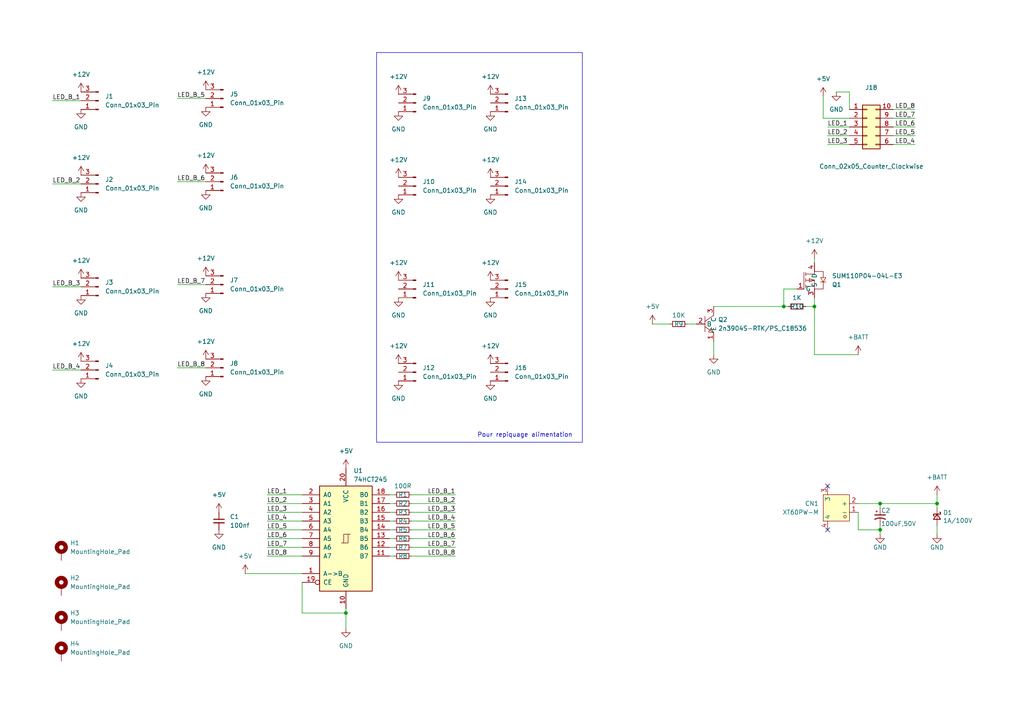
<source format=kicad_sch>
(kicad_sch (version 20231120) (generator "eeschema") (generator_version "8.0")
  (paper "A4")
  (lib_symbols
    (symbol "74xx:74HC245" (pin_names (offset 1.016))
      (property "Reference" "U" (at -7.62 16.51 0))
      (property "Value" "74HC245" (at -7.62 -16.51 0))
      (symbol "74HC245_1_0"
        (polyline (pts (xy -0.635 -1.27) (xy -0.635 1.27) (xy 0.635 1.27)))
        (polyline (pts (xy -1.27 -1.27) (xy 0.635 -1.27) (xy 0.635 1.27) (xy 1.27 1.27)))
        (pin input line (at -12.7 -10.16 0) (length 5.08) (name "A->B") (number "1"))
        (pin power_in line (at 0 -20.32 90) (length 5.08) (name "GND") (number "10"))
        (pin tri_state line (at 12.7 -5.08 180) (length 5.08) (name "B7") (number "11"))
        (pin tri_state line (at 12.7 -2.54 180) (length 5.08) (name "B6") (number "12"))
        (pin tri_state line (at 12.7 0 180) (length 5.08) (name "B5") (number "13"))
        (pin tri_state line (at 12.7 2.54 180) (length 5.08) (name "B4") (number "14"))
        (pin tri_state line (at 12.7 5.08 180) (length 5.08) (name "B3") (number "15"))
        (pin tri_state line (at 12.7 7.62 180) (length 5.08) (name "B2") (number "16"))
        (pin tri_state line (at 12.7 10.16 180) (length 5.08) (name "B1") (number "17"))
        (pin tri_state line (at 12.7 12.7 180) (length 5.08) (name "B0") (number "18"))
        (pin input inverted (at -12.7 -12.7 0) (length 5.08) (name "CE") (number "19"))
        (pin tri_state line (at -12.7 12.7 0) (length 5.08) (name "A0") (number "2"))
        (pin power_in line (at 0 20.32 270) (length 5.08) (name "VCC") (number "20"))
        (pin tri_state line (at -12.7 10.16 0) (length 5.08) (name "A1") (number "3"))
        (pin tri_state line (at -12.7 7.62 0) (length 5.08) (name "A2") (number "4"))
        (pin tri_state line (at -12.7 5.08 0) (length 5.08) (name "A3") (number "5"))
        (pin tri_state line (at -12.7 2.54 0) (length 5.08) (name "A4") (number "6"))
        (pin tri_state line (at -12.7 0 0) (length 5.08) (name "A5") (number "7"))
        (pin tri_state line (at -12.7 -2.54 0) (length 5.08) (name "A6") (number "8"))
        (pin tri_state line (at -12.7 -5.08 0) (length 5.08) (name "A7") (number "9"))
      )
      (symbol "74HC245_1_1"
        (rectangle (start -7.62 15.24) (end 7.62 -15.24) (stroke (width 0.254)) (fill (type background)))
      )
    )
    (symbol "Connector:Conn_01x03_Pin" (pin_names (offset 1.016) hide)
      (property "Reference" "J" (at 0 5.08 0))
      (property "Value" "Conn_01x03_Pin" (at 0 -5.08 0))
      (symbol "Conn_01x03_Pin_1_1"
        (polyline (pts (xy 1.27 -2.54) (xy 0.8636 -2.54)) (stroke (width 0.1524)))
        (polyline (pts (xy 1.27 0) (xy 0.8636 0)) (stroke (width 0.1524)))
        (polyline (pts (xy 1.27 2.54) (xy 0.8636 2.54)) (stroke (width 0.1524)))
        (rectangle (start 0.8636 -2.413) (end 0 -2.667) (stroke (width 0.1524)) (fill (type outline)))
        (rectangle (start 0.8636 0.127) (end 0 -0.127) (stroke (width 0.1524)) (fill (type outline)))
        (rectangle (start 0.8636 2.667) (end 0 2.413) (stroke (width 0.1524)) (fill (type outline)))
        (pin passive line (at 5.08 2.54 180) (length 3.81) (name "Pin_1") (number "1"))
        (pin passive line (at 5.08 0 180) (length 3.81) (name "Pin_2") (number "2"))
        (pin passive line (at 5.08 -2.54 180) (length 3.81) (name "Pin_3") (number "3"))
      )
    )
    (symbol "Connector_Generic:Conn_02x05_Counter_Clockwise" (pin_names (offset 1.016) hide)
      (property "Reference" "J" (at 1.27 7.62 0))
      (property "Value" "Conn_02x05_Counter_Clockwise" (at 1.27 -7.62 0))
      (symbol "Conn_02x05_Counter_Clockwise_1_1"
        (rectangle (start -1.27 -4.953) (end 0 -5.207) (stroke (width 0.1524)))
        (rectangle (start -1.27 -2.413) (end 0 -2.667) (stroke (width 0.1524)))
        (rectangle (start -1.27 0.127) (end 0 -0.127) (stroke (width 0.1524)))
        (rectangle (start -1.27 2.667) (end 0 2.413) (stroke (width 0.1524)))
        (rectangle (start -1.27 5.207) (end 0 4.953) (stroke (width 0.1524)))
        (rectangle (start -1.27 6.35) (end 3.81 -6.35) (stroke (width 0.254)) (fill (type background)))
        (rectangle (start 3.81 -4.953) (end 2.54 -5.207) (stroke (width 0.1524)))
        (rectangle (start 3.81 -2.413) (end 2.54 -2.667) (stroke (width 0.1524)))
        (rectangle (start 3.81 0.127) (end 2.54 -0.127) (stroke (width 0.1524)))
        (rectangle (start 3.81 2.667) (end 2.54 2.413) (stroke (width 0.1524)))
        (rectangle (start 3.81 5.207) (end 2.54 4.953) (stroke (width 0.1524)))
        (pin passive line (at -5.08 5.08 0) (length 3.81) (name "Pin_1") (number "1"))
        (pin passive line (at 7.62 5.08 180) (length 3.81) (name "Pin_10") (number "10"))
        (pin passive line (at -5.08 2.54 0) (length 3.81) (name "Pin_2") (number "2"))
        (pin passive line (at -5.08 0 0) (length 3.81) (name "Pin_3") (number "3"))
        (pin passive line (at -5.08 -2.54 0) (length 3.81) (name "Pin_4") (number "4"))
        (pin passive line (at -5.08 -5.08 0) (length 3.81) (name "Pin_5") (number "5"))
        (pin passive line (at 7.62 -5.08 180) (length 3.81) (name "Pin_6") (number "6"))
        (pin passive line (at 7.62 -2.54 180) (length 3.81) (name "Pin_7") (number "7"))
        (pin passive line (at 7.62 0 180) (length 3.81) (name "Pin_8") (number "8"))
        (pin passive line (at 7.62 2.54 180) (length 3.81) (name "Pin_9") (number "9"))
      )
    )
    (symbol "Device:C_Small" (pin_numbers hide) (pin_names (offset 0.254) hide)
      (property "Reference" "C" (at 0.254 1.778 0))
      (property "Value" "C_Small" (at 0.254 -2.032 0))
      (symbol "C_Small_0_1"
        (polyline (pts (xy -1.524 -0.508) (xy 1.524 -0.508)) (stroke (width 0.3302)))
        (polyline (pts (xy -1.524 0.508) (xy 1.524 0.508)) (stroke (width 0.3048)))
      )
      (symbol "C_Small_1_1"
        (pin passive line (at 0 2.54 270) (length 2.032) (name "~") (number "1"))
        (pin passive line (at 0 -2.54 90) (length 2.032) (name "~") (number "2"))
      )
    )
    (symbol "Device:D_Schottky_Small" (pin_numbers hide) (pin_names (offset 0.254) hide)
      (property "Reference" "D" (at -1.27 2.032 0))
      (property "Value" "Device_D_Schottky_Small" (at -7.112 -2.032 0))
      (symbol "D_Schottky_Small_0_1"
        (polyline (pts (xy -0.762 0) (xy 0.762 0)))
        (polyline (pts (xy 0.762 -1.016) (xy -0.762 0) (xy 0.762 1.016) (xy 0.762 -1.016)) (stroke (width 0.254)))
        (polyline (pts (xy -1.27 0.762) (xy -1.27 1.016) (xy -0.762 1.016) (xy -0.762 -1.016) (xy -0.254 -1.016) (xy -0.254 -0.762)) (stroke (width 0.254)))
      )
      (symbol "D_Schottky_Small_1_1"
        (pin passive line (at -2.54 0 0) (length 1.778) (name "K") (number "1"))
        (pin passive line (at 2.54 0 180) (length 1.778) (name "A") (number "2"))
      )
    )
    (symbol "Device:R_Small" (pin_numbers hide) (pin_names (offset 0.254) hide)
      (property "Reference" "R" (at 0.762 0.508 0))
      (property "Value" "R_Small" (at 0.762 -1.016 0))
      (symbol "R_Small_0_1"
        (rectangle (start -0.762 1.778) (end 0.762 -1.778) (stroke (width 0.2032)))
      )
      (symbol "R_Small_1_1"
        (pin passive line (at 0 2.54 270) (length 0.762) (name "~") (number "1"))
        (pin passive line (at 0 -2.54 90) (length 0.762) (name "~") (number "2"))
      )
    )
    (symbol "KXKM_ESP32_battery_management_board-rescue:CP1_Small-Device" (pin_numbers hide) (pin_names (offset 0.254) hide)
      (property "Reference" "C" (at 0.254 1.778 0))
      (property "Value" "CP1_Small-Device" (at 0.254 -2.032 0))
      (symbol "CP1_Small-Device_0_1"
        (polyline (pts (xy -1.524 0.508) (xy 1.524 0.508)) (stroke (width 0.3048)))
        (polyline (pts (xy -1.27 1.524) (xy -0.762 1.524)))
        (polyline (pts (xy -1.016 1.27) (xy -1.016 1.778)))
        (arc (start 1.524 -0.762) (mid 0 -0.3734) (end -1.524 -0.762) (stroke (width 0.3048)))
      )
      (symbol "CP1_Small-Device_1_1"
        (pin passive line (at 0 2.54 270) (length 2.032) (name "~") (number "1"))
        (pin passive line (at 0 -2.54 90) (length 2.032) (name "~") (number "2"))
      )
    )
    (symbol "Mechanical:MountingHole_Pad" (pin_numbers hide) (pin_names (offset 1.016) hide)
      (property "Reference" "H" (at 0 6.35 0))
      (property "Value" "MountingHole_Pad" (at 0 4.445 0))
      (symbol "MountingHole_Pad_0_1"
        (circle (center 0 1.27) (radius 1.27) (stroke (width 1.27)))
      )
      (symbol "MountingHole_Pad_1_1"
        (pin input line (at 0 -2.54 90) (length 2.54) (name "1") (number "1"))
      )
    )
    (symbol "easyeda2kicad:2n3904S-RTK_PS_C18536"
      (property "Reference" "Q" (at 0 10.16 0))
      (property "Value" "2n3904S-RTK/PS_C18536" (at 0 -10.16 0))
      (symbol "2n3904S-RTK_PS_C18536_0_1"
        (polyline (pts (xy 0 -0.76) (xy 2.54 -2.54)))
        (polyline (pts (xy 0 2.29) (xy 0 -2.29)))
        (polyline (pts (xy 2.54 2.54) (xy 0 0.76)))
        (polyline (pts (xy 2.54 -2.54) (xy 1.78 -1.27) (xy 1.02 -2.29) (xy 2.54 -2.54)) (fill (type background)))
        (pin input line (at 2.54 -5.08 90) (length 2.54) (name "E") (number "1"))
        (pin input line (at -2.54 0 0) (length 2.54) (name "B") (number "2"))
        (pin input line (at 2.54 5.08 270) (length 2.54) (name "C") (number "3"))
      )
    )
    (symbol "easyeda2kicad:SUM110P04-04L-E3"
      (property "Reference" "Q" (at 0 10.16 0))
      (property "Value" "SUM110P04-04L-E3" (at 0 -10.16 0))
      (symbol "SUM110P04-04L-E3_0_1"
        (polyline (pts (xy -3.05 2.54) (xy -3.05 -2.29)))
        (polyline (pts (xy -2.54 -2.29) (xy -2.54 -1.27)))
        (polyline (pts (xy -2.54 -0.51) (xy -2.54 0.51)))
        (polyline (pts (xy -2.54 2.29) (xy -2.54 1.27)))
        (polyline (pts (xy 0 -1.78) (xy -2.54 -1.78)))
        (polyline (pts (xy 0 -1.78) (xy 0 -2.54)))
        (polyline (pts (xy -2.54 0) (xy 0 0) (xy 0 1.78)))
        (polyline (pts (xy 0 -2.54) (xy 2.54 -2.54) (xy 2.54 -0.76)))
        (polyline (pts (xy 0 0) (xy -1.52 0.51) (xy -1.52 -0.51) (xy 0 0)) (fill (type background)))
        (polyline (pts (xy 2.54 0.51) (xy 1.78 -0.76) (xy 3.3 -0.76) (xy 2.54 0.51)) (fill (type background)))
        (polyline (pts (xy 3.3 0.51) (xy 3.05 0.51) (xy 2.03 0.51) (xy 1.78 0.51)))
        (polyline (pts (xy -2.54 1.78) (xy 0 1.78) (xy 0 2.54) (xy 2.54 2.54) (xy 2.54 0.51)))
        (pin unspecified line (at -5.08 2.54 0) (length 2.032) (name "G") (number "1"))
        (pin unspecified line (at 0 5.08 270) (length 2.54) (name "S") (number "3"))
        (pin unspecified line (at 0 -5.08 90) (length 2.54) (name "D") (number "4"))
      )
    )
    (symbol "easyeda2kicad:XT60PW-M"
      (property "Reference" "CN" (at 0 13.97 0))
      (property "Value" "XT60PW-M" (at 0 -8.89 0))
      (symbol "XT60PW-M_0_1"
        (rectangle (start -2.54 6.35) (end 5.08 -1.27) (fill (type background)))
        (circle (center -1.27 5.08) (radius 0.38))
        (pin unspecified line (at -5.08 3.81 0) (length 2.54) (name "-") (number "1"))
        (pin unspecified line (at -5.08 1.27 0) (length 2.54) (name "+") (number "2"))
        (pin unspecified line (at 3.81 -3.81 90) (length 2.54) (name "3") (number "3"))
        (pin unspecified line (at 3.81 8.89 270) (length 2.54) (name "4") (number "4"))
      )
    )
    (symbol "power:+12V" (power) (pin_names (offset 0))
      (property "Value" "+12V" (at 0 3.556 0))
      (symbol "+12V_0_1"
        (polyline (pts (xy -0.762 1.27) (xy 0 2.54)))
        (polyline (pts (xy 0 0) (xy 0 2.54)))
        (polyline (pts (xy 0 2.54) (xy 0.762 1.27)))
      )
      (symbol "+12V_1_1"
        (pin power_in line (at 0 0 90) (length 0) hide (name "+12V") (number "1"))
      )
    )
    (symbol "power:+5V" (power) (pin_names (offset 0))
      (property "Value" "+5V" (at 0 3.556 0))
      (symbol "+5V_0_1"
        (polyline (pts (xy -0.762 1.27) (xy 0 2.54)))
        (polyline (pts (xy 0 0) (xy 0 2.54)))
        (polyline (pts (xy 0 2.54) (xy 0.762 1.27)))
      )
      (symbol "+5V_1_1"
        (pin power_in line (at 0 0 90) (length 0) hide (name "+5V") (number "1"))
      )
    )
    (symbol "power:+BATT" (power) (pin_names (offset 0))
      (property "Value" "+BATT" (at 0 3.556 0))
      (symbol "+BATT_0_1"
        (polyline (pts (xy -0.762 1.27) (xy 0 2.54)))
        (polyline (pts (xy 0 0) (xy 0 2.54)))
        (polyline (pts (xy 0 2.54) (xy 0.762 1.27)))
      )
      (symbol "+BATT_1_1"
        (pin power_in line (at 0 0 90) (length 0) hide (name "+BATT") (number "1"))
      )
    )
    (symbol "power:GND" (power) (pin_names (offset 0))
      (property "Value" "GND" (at 0 -3.81 0))
      (symbol "GND_0_1"
        (polyline (pts (xy 0 0) (xy 0 -1.27) (xy 1.27 -1.27) (xy 0 -2.54) (xy -1.27 -1.27) (xy 0 -1.27)))
      )
      (symbol "GND_1_1"
        (pin power_in line (at 0 0 270) (length 0) hide (name "GND") (number "1"))
      )
    )
  )
  (junction (at 255.27 153.67))
  (junction (at 227.33 88.9))
  (junction (at 255.27 146.05))
  (junction (at 100.33 177.8))
  (junction (at 236.22 88.9))
  (junction (at 271.78 146.05))
  (no_connect (at 240.03 153.67))
  (no_connect (at 240.03 140.97))
  (wire (pts (xy 238.76 34.29) (xy 246.38 34.29)))
  (wire (pts (xy 227.33 83.82) (xy 227.33 88.9)))
  (wire (pts (xy 255.27 152.4) (xy 255.27 153.67)))
  (wire (pts (xy 255.27 146.05) (xy 271.78 146.05)))
  (wire (pts (xy 87.63 168.91) (xy 87.63 177.8)))
  (wire (pts (xy 15.24 83.185) (xy 23.495 83.185)))
  (wire (pts (xy 77.47 148.59) (xy 87.63 148.59)))
  (wire (pts (xy 236.22 74.93) (xy 236.22 76.2)))
  (wire (pts (xy 77.47 161.29) (xy 87.63 161.29)))
  (wire (pts (xy 77.47 153.67) (xy 87.63 153.67)))
  (wire (pts (xy 227.33 83.82) (xy 231.14 83.82)))
  (wire (pts (xy 240.03 36.83) (xy 246.38 36.83)))
  (wire (pts (xy 248.92 102.87) (xy 236.22 102.87)))
  (wire (pts (xy 15.24 53.34) (xy 23.495 53.34)))
  (wire (pts (xy 265.43 31.75) (xy 259.08 31.75)))
  (wire (pts (xy 114.3 153.67) (xy 113.03 153.67)))
  (wire (pts (xy 242.57 26.67) (xy 246.38 26.67)))
  (wire (pts (xy 233.68 88.9) (xy 236.22 88.9)))
  (wire (pts (xy 51.435 52.705) (xy 59.69 52.705)))
  (wire (pts (xy 132.08 143.51) (xy 119.38 143.51)))
  (wire (pts (xy 199.39 93.98) (xy 201.93 93.98)))
  (wire (pts (xy 248.92 146.05) (xy 255.27 146.05)))
  (wire (pts (xy 71.12 166.37) (xy 87.63 166.37)))
  (wire (pts (xy 265.43 39.37) (xy 259.08 39.37)))
  (wire (pts (xy 189.23 93.98) (xy 194.31 93.98)))
  (wire (pts (xy 255.27 147.32) (xy 255.27 146.05)))
  (wire (pts (xy 100.33 182.245) (xy 100.33 177.8)))
  (wire (pts (xy 15.24 29.21) (xy 23.495 29.21)))
  (wire (pts (xy 77.47 151.13) (xy 87.63 151.13)))
  (wire (pts (xy 132.08 161.29) (xy 119.38 161.29)))
  (wire (pts (xy 132.08 148.59) (xy 119.38 148.59)))
  (wire (pts (xy 51.435 82.55) (xy 59.69 82.55)))
  (wire (pts (xy 15.24 107.315) (xy 23.495 107.315)))
  (wire (pts (xy 132.08 158.75) (xy 119.38 158.75)))
  (wire (pts (xy 114.3 158.75) (xy 113.03 158.75)))
  (wire (pts (xy 77.47 146.05) (xy 87.63 146.05)))
  (wire (pts (xy 271.78 154.94) (xy 271.78 152.4)))
  (wire (pts (xy 51.435 28.575) (xy 59.69 28.575)))
  (wire (pts (xy 77.47 158.75) (xy 87.63 158.75)))
  (wire (pts (xy 246.38 26.67) (xy 246.38 31.75)))
  (wire (pts (xy 87.63 177.8) (xy 100.33 177.8)))
  (wire (pts (xy 77.47 143.51) (xy 87.63 143.51)))
  (wire (pts (xy 114.3 146.05) (xy 113.03 146.05)))
  (wire (pts (xy 114.3 156.21) (xy 113.03 156.21)))
  (wire (pts (xy 265.43 41.91) (xy 259.08 41.91)))
  (wire (pts (xy 77.47 156.21) (xy 87.63 156.21)))
  (wire (pts (xy 228.6 88.9) (xy 227.33 88.9)))
  (wire (pts (xy 255.27 153.67) (xy 255.27 154.94)))
  (wire (pts (xy 51.435 106.68) (xy 59.69 106.68)))
  (wire (pts (xy 248.92 153.67) (xy 255.27 153.67)))
  (wire (pts (xy 265.43 36.83) (xy 259.08 36.83)))
  (wire (pts (xy 114.3 161.29) (xy 113.03 161.29)))
  (wire (pts (xy 236.22 86.36) (xy 236.22 88.9)))
  (wire (pts (xy 132.08 146.05) (xy 119.38 146.05)))
  (wire (pts (xy 114.3 151.13) (xy 113.03 151.13)))
  (wire (pts (xy 132.08 151.13) (xy 119.38 151.13)))
  (wire (pts (xy 238.76 27.94) (xy 238.76 34.29)))
  (wire (pts (xy 271.78 143.51) (xy 271.78 146.05)))
  (wire (pts (xy 114.3 143.51) (xy 113.03 143.51)))
  (wire (pts (xy 236.22 102.87) (xy 236.22 88.9)))
  (wire (pts (xy 248.92 148.59) (xy 248.92 153.67)))
  (wire (pts (xy 227.33 88.9) (xy 207.01 88.9)))
  (wire (pts (xy 132.08 153.67) (xy 119.38 153.67)))
  (wire (pts (xy 100.33 177.8) (xy 100.33 176.53)))
  (wire (pts (xy 132.08 156.21) (xy 119.38 156.21)))
  (wire (pts (xy 207.01 102.87) (xy 207.01 99.06)))
  (wire (pts (xy 271.78 146.05) (xy 271.78 147.32)))
  (wire (pts (xy 114.3 148.59) (xy 113.03 148.59)))
  (wire (pts (xy 265.43 34.29) (xy 259.08 34.29)))
  (wire (pts (xy 240.03 39.37) (xy 246.38 39.37)))
  (wire (pts (xy 240.03 41.91) (xy 246.38 41.91)))
  (rectangle (start 109.22 15.24) (end 168.91 128.27))
  (text "Pour repiquage alimentation" (at 138.43 127 0) (effects (font (size 1.27 1.27)) (justify left bottom)))
  (label "LED_2" (at 240.03 39.37 0))
  (label "LED_7" (at 265.43 34.29 180))
  (label "LED_B_4" (at 132.08 151.13 180))
  (label "LED_B_1" (at 132.08 143.51 180))
  (label "LED_B_6" (at 132.08 156.21 180))
  (label "LED_B_2" (at 15.24 53.34 0))
  (label "LED_B_1" (at 15.24 29.21 0))
  (label "LED_B_5" (at 51.435 28.575 0))
  (label "LED_B_8" (at 51.435 106.68 0))
  (label "LED_B_7" (at 132.08 158.75 180))
  (label "LED_6" (at 265.43 36.83 180))
  (label "LED_2" (at 77.47 146.05 0))
  (label "LED_1" (at 77.47 143.51 0))
  (label "LED_7" (at 77.47 158.75 0))
  (label "LED_5" (at 77.47 153.67 0))
  (label "LED_3" (at 77.47 148.59 0))
  (label "LED_B_2" (at 132.08 146.05 180))
  (label "LED_5" (at 265.43 39.37 180))
  (label "LED_3" (at 240.03 41.91 0))
  (label "LED_B_8" (at 132.08 161.29 180))
  (label "LED_8" (at 77.47 161.29 0))
  (label "LED_B_6" (at 51.435 52.705 0))
  (label "LED_B_4" (at 15.24 107.315 0))
  (label "LED_B_3" (at 132.08 148.59 180))
  (label "LED_4" (at 265.43 41.91 180))
  (label "LED_B_7" (at 51.435 82.55 0))
  (label "LED_B_3" (at 15.24 83.185 0))
  (label "LED_B_5" (at 132.08 153.67 180))
  (label "LED_8" (at 265.43 31.75 180))
  (label "LED_1" (at 240.03 36.83 0))
  (label "LED_4" (at 77.47 151.13 0))
  (label "LED_6" (at 77.47 156.21 0))
  (symbol (lib_id "Device:R_Small") (at 116.84 151.13 90) (unit 1)
    (property "Reference" "R4" (at 116.84 151.13 90))
    (property "Value" "100R" (effects (hide yes)))
    (property "Footprint" "Resistor_SMD:R_0603_1608Metric" (effects (hide yes)))
  )
  (symbol (lib_id "easyeda2kicad:2n3904S-RTK_PS_C18536") (at 204.47 93.98 0) (unit 1)
    (property "Reference" "Q2" (at 208.28 92.71 0) (effects (justify left)))
    (property "Value" "2n3904S-RTK/PS_C18536" (at 208.28 95.25 0) (effects (justify left)))
    (property "Footprint" "easyeda2kicad:SOT-23-3_L2.9-W1.3-P1.90-LS2.4-TR" (effects (hide yes)))
    (property "Datasheet" "https://lcsc.com/product-detail/Transistors-NPN-PNP_KEC_2n3904S-RTK-P_2n3904S-RTK-P_C18536.html" (effects (hide yes)))
    (property "LCSC Part" "C18536" (effects (hide yes)))
  )
  (symbol (lib_id "KXKM_ESP32_battery_management_board-rescue:CP1_Small-Device") (at 255.27 149.86 0) (unit 1)
    (property "Reference" "C2" (at 255.524 148.082 0) (effects (justify left)))
    (property "Value" "100uF,50V" (at 255.524 151.892 0) (effects (justify left)))
    (property "Footprint" "Capacitor_SMD:CP_Elec_8x10" (effects (hide yes)))
    (property "LCSC" "C97812" (effects (hide yes)))
  )
  (symbol (lib_id "power:+12V") (at 115.57 51.435 0) (unit 1)
    (property "Reference" "#PWR024" (effects (hide yes)))
    (property "Value" "+12V" (at 115.57 46.355 0))
  )
  (symbol (lib_id "power:+BATT") (at 248.92 102.87 0) (unit 1)
    (property "Reference" "#PWR046" (effects (hide yes)))
    (property "Value" "+BATT" (at 248.92 97.79 0))
  )
  (symbol (lib_id "power:+12V") (at 23.495 26.67 0) (unit 1)
    (property "Reference" "#PWR01" (effects (hide yes)))
    (property "Value" "+12V" (at 23.495 21.59 0))
  )
  (symbol (lib_id "Device:R_Small") (at 116.84 143.51 90) (unit 1)
    (property "Reference" "R1" (at 116.84 143.51 90))
    (property "Value" "100R" (at 116.84 140.97 90))
    (property "Footprint" "Resistor_SMD:R_0603_1608Metric" (effects (hide yes)))
  )
  (symbol (lib_id "power:+12V") (at 23.495 50.8 0) (unit 1)
    (property "Reference" "#PWR03" (effects (hide yes)))
    (property "Value" "+12V" (at 23.495 45.72 0))
  )
  (symbol (lib_id "Connector:Conn_01x03_Pin") (at 120.65 29.845 180) (unit 1)
    (property "Reference" "J9" (at 122.555 28.575 0) (effects (justify right)))
    (property "Value" "Conn_01x03_Pin" (at 122.555 31.115 0) (effects (justify right)))
    (property "Footprint" "Connector_PinSocket_2.54mm:PinSocket_1x03_P2.54mm_Vertical" (effects (hide yes)))
  )
  (symbol (lib_id "Device:R_Small") (at 116.84 146.05 90) (unit 1)
    (property "Reference" "R2" (at 116.84 146.05 90))
    (property "Value" "100R" (effects (hide yes)))
    (property "Footprint" "Resistor_SMD:R_0603_1608Metric" (effects (hide yes)))
  )
  (symbol (lib_id "Connector:Conn_01x03_Pin") (at 147.32 29.845 180) (unit 1)
    (property "Reference" "J13" (at 149.225 28.575 0) (effects (justify right)))
    (property "Value" "Conn_01x03_Pin" (at 149.225 31.115 0) (effects (justify right)))
    (property "Footprint" "Connector_PinSocket_2.54mm:PinSocket_1x03_P2.54mm_Vertical" (effects (hide yes)))
  )
  (symbol (lib_id "Connector:Conn_01x03_Pin") (at 120.65 53.975 180) (unit 1)
    (property "Reference" "J10" (at 122.555 52.705 0) (effects (justify right)))
    (property "Value" "Conn_01x03_Pin" (at 122.555 55.245 0) (effects (justify right)))
    (property "Footprint" "Connector_PinSocket_2.54mm:PinSocket_1x03_P2.54mm_Vertical" (effects (hide yes)))
  )
  (symbol (lib_id "power:GND") (at 59.69 85.09 0) (unit 1)
    (property "Reference" "#PWR014" (effects (hide yes)))
    (property "Value" "GND" (at 59.69 90.17 0))
  )
  (symbol (lib_id "power:+12V") (at 142.24 81.28 0) (unit 1)
    (property "Reference" "#PWR034" (effects (hide yes)))
    (property "Value" "+12V" (at 142.24 76.2 0))
  )
  (symbol (lib_id "power:+12V") (at 59.69 50.165 0) (unit 1)
    (property "Reference" "#PWR011" (effects (hide yes)))
    (property "Value" "+12V" (at 59.69 45.085 0))
  )
  (symbol (lib_id "power:GND") (at 100.33 182.245 0) (unit 1)
    (property "Reference" "#PWR021" (effects (hide yes)))
    (property "Value" "GND" (at 100.33 187.325 0))
  )
  (symbol (lib_id "power:+12V") (at 59.69 104.14 0) (unit 1)
    (property "Reference" "#PWR015" (effects (hide yes)))
    (property "Value" "+12V" (at 59.69 99.06 0))
  )
  (symbol (lib_id "power:GND") (at 271.78 154.94 0) (unit 1)
    (property "Reference" "#PWR040" (effects (hide yes)))
    (property "Value" "GND" (at 271.78 158.75 0))
  )
  (symbol (lib_id "Connector:Conn_01x03_Pin") (at 120.65 107.95 180) (unit 1)
    (property "Reference" "J12" (at 122.555 106.68 0) (effects (justify right)))
    (property "Value" "Conn_01x03_Pin" (at 122.555 109.22 0) (effects (justify right)))
    (property "Footprint" "Connector_PinSocket_2.54mm:PinSocket_1x03_P2.54mm_Vertical" (effects (hide yes)))
  )
  (symbol (lib_id "Device:R_Small") (at 116.84 148.59 90) (unit 1)
    (property "Reference" "R3" (at 116.84 148.59 90))
    (property "Value" "100R" (effects (hide yes)))
    (property "Footprint" "Resistor_SMD:R_0603_1608Metric" (effects (hide yes)))
  )
  (symbol (lib_id "Mechanical:MountingHole_Pad") (at 17.78 170.18 0) (unit 1)
    (property "Reference" "H2" (at 20.32 167.64 0) (effects (justify left)))
    (property "Value" "MountingHole_Pad" (at 20.32 170.18 0) (effects (justify left)))
    (property "Footprint" "MountingHole:MountingHole_3.2mm_M3_DIN965_Pad_TopOnly" (effects (hide yes)))
  )
  (symbol (lib_id "power:+12V") (at 59.69 26.035 0) (unit 1)
    (property "Reference" "#PWR09" (effects (hide yes)))
    (property "Value" "+12V" (at 59.69 20.955 0))
  )
  (symbol (lib_id "power:+5V") (at 189.23 93.98 0) (mirror y) (unit 1)
    (property "Reference" "#PWR043" (effects (hide yes)))
    (property "Value" "+5V" (at 189.23 88.9 0))
  )
  (symbol (lib_id "power:GND") (at 142.24 32.385 0) (unit 1)
    (property "Reference" "#PWR031" (effects (hide yes)))
    (property "Value" "GND" (at 142.24 37.465 0))
  )
  (symbol (lib_id "power:GND") (at 59.69 31.115 0) (unit 1)
    (property "Reference" "#PWR010" (effects (hide yes)))
    (property "Value" "GND" (at 59.69 36.195 0))
  )
  (symbol (lib_id "power:GND") (at 142.24 56.515 0) (unit 1)
    (property "Reference" "#PWR033" (effects (hide yes)))
    (property "Value" "GND" (at 142.24 61.595 0))
  )
  (symbol (lib_id "Connector:Conn_01x03_Pin") (at 28.575 107.315 180) (unit 1)
    (property "Reference" "J4" (at 30.48 106.045 0) (effects (justify right)))
    (property "Value" "Conn_01x03_Pin" (at 30.48 108.585 0) (effects (justify right)))
    (property "Footprint" "Connector_PinSocket_2.54mm:PinSocket_1x03_P2.54mm_Horizontal" (effects (hide yes)))
  )
  (symbol (lib_id "power:GND") (at 207.01 102.87 0) (unit 1)
    (property "Reference" "#PWR044" (effects (hide yes)))
    (property "Value" "GND" (at 207.01 107.95 0))
  )
  (symbol (lib_id "power:GND") (at 242.57 26.67 0) (unit 1)
    (property "Reference" "#PWR042" (effects (hide yes)))
    (property "Value" "GND" (at 242.57 31.75 0))
  )
  (symbol (lib_id "power:+BATT") (at 271.78 143.51 0) (unit 1)
    (property "Reference" "#PWR045" (effects (hide yes)))
    (property "Value" "+BATT" (at 271.78 138.43 0))
  )
  (symbol (lib_id "power:GND") (at 23.495 109.855 0) (unit 1)
    (property "Reference" "#PWR08" (effects (hide yes)))
    (property "Value" "GND" (at 23.495 114.935 0))
  )
  (symbol (lib_id "power:+5V") (at 100.33 135.89 0) (unit 1)
    (property "Reference" "#PWR020" (effects (hide yes)))
    (property "Value" "+5V" (at 100.33 130.81 0))
  )
  (symbol (lib_id "power:GND") (at 115.57 86.36 0) (unit 1)
    (property "Reference" "#PWR027" (effects (hide yes)))
    (property "Value" "GND" (at 115.57 91.44 0))
  )
  (symbol (lib_id "power:+5V") (at 238.76 27.94 0) (mirror y) (unit 1)
    (property "Reference" "#PWR041" (effects (hide yes)))
    (property "Value" "+5V" (at 238.76 22.86 0))
  )
  (symbol (lib_id "Connector:Conn_01x03_Pin") (at 64.77 28.575 180) (unit 1)
    (property "Reference" "J5" (at 66.675 27.305 0) (effects (justify right)))
    (property "Value" "Conn_01x03_Pin" (at 66.675 29.845 0) (effects (justify right)))
    (property "Footprint" "Connector_PinSocket_2.54mm:PinSocket_1x03_P2.54mm_Horizontal" (effects (hide yes)))
  )
  (symbol (lib_id "Device:R_Small") (at 116.84 161.29 90) (unit 1)
    (property "Reference" "R8" (at 116.84 161.29 90))
    (property "Value" "100R" (effects (hide yes)))
    (property "Footprint" "Resistor_SMD:R_0603_1608Metric" (effects (hide yes)))
  )
  (symbol (lib_id "Connector_Generic:Conn_02x05_Counter_Clockwise") (at 251.46 36.83 0) (unit 1)
    (property "Reference" "J18" (at 252.73 25.4 0))
    (property "Value" "Conn_02x05_Counter_Clockwise" (at 252.73 48.26 0))
    (property "Footprint" "Connector_IDC:IDC-Header_2x05_P2.54mm_Vertical" (effects (hide yes)))
  )
  (symbol (lib_id "power:+5V") (at 71.12 166.37 0) (unit 1)
    (property "Reference" "#PWR019" (effects (hide yes)))
    (property "Value" "+5V" (at 71.12 161.29 0))
  )
  (symbol (lib_id "power:GND") (at 115.57 56.515 0) (unit 1)
    (property "Reference" "#PWR025" (effects (hide yes)))
    (property "Value" "GND" (at 115.57 61.595 0))
  )
  (symbol (lib_id "Connector:Conn_01x03_Pin") (at 147.32 53.975 180) (unit 1)
    (property "Reference" "J14" (at 149.225 52.705 0) (effects (justify right)))
    (property "Value" "Conn_01x03_Pin" (at 149.225 55.245 0) (effects (justify right)))
    (property "Footprint" "Connector_PinSocket_2.54mm:PinSocket_1x03_P2.54mm_Vertical" (effects (hide yes)))
  )
  (symbol (lib_id "power:+12V") (at 115.57 81.28 0) (unit 1)
    (property "Reference" "#PWR026" (effects (hide yes)))
    (property "Value" "+12V" (at 115.57 76.2 0))
  )
  (symbol (lib_id "power:GND") (at 255.27 154.94 0) (unit 1)
    (property "Reference" "#PWR038" (effects (hide yes)))
    (property "Value" "GND" (at 255.27 158.75 0))
  )
  (symbol (lib_id "power:GND") (at 115.57 32.385 0) (unit 1)
    (property "Reference" "#PWR023" (effects (hide yes)))
    (property "Value" "GND" (at 115.57 37.465 0))
  )
  (symbol (lib_id "Device:R_Small") (at 116.84 156.21 90) (unit 1)
    (property "Reference" "R6" (at 116.84 156.21 90))
    (property "Value" "100R" (effects (hide yes)))
    (property "Footprint" "Resistor_SMD:R_0603_1608Metric" (effects (hide yes)))
  )
  (symbol (lib_id "Device:D_Schottky_Small") (at 271.78 149.86 270) (unit 1)
    (property "Reference" "D1" (at 273.5072 148.6916 90) (effects (justify left)))
    (property "Value" "1A/100V" (at 273.5072 151.003 90) (effects (justify left)))
    (property "Footprint" "Diode_SMD:D_SMA" (effects (hide yes)))
    (property "LCSC" "C14996" (effects (hide yes)))
  )
  (symbol (lib_id "Connector:Conn_01x03_Pin") (at 147.32 107.95 180) (unit 1)
    (property "Reference" "J16" (at 149.225 106.68 0) (effects (justify right)))
    (property "Value" "Conn_01x03_Pin" (at 149.225 109.22 0) (effects (justify right)))
    (property "Footprint" "Connector_PinSocket_2.54mm:PinSocket_1x03_P2.54mm_Vertical" (effects (hide yes)))
  )
  (symbol (lib_id "Mechanical:MountingHole_Pad") (at 17.78 189.23 0) (unit 1)
    (property "Reference" "H4" (at 20.32 186.69 0) (effects (justify left)))
    (property "Value" "MountingHole_Pad" (at 20.32 189.23 0) (effects (justify left)))
    (property "Footprint" "MountingHole:MountingHole_3.2mm_M3_DIN965_Pad_TopOnly" (effects (hide yes)))
  )
  (symbol (lib_id "Connector:Conn_01x03_Pin") (at 64.77 52.705 180) (unit 1)
    (property "Reference" "J6" (at 66.675 51.435 0) (effects (justify right)))
    (property "Value" "Conn_01x03_Pin" (at 66.675 53.975 0) (effects (justify right)))
    (property "Footprint" "Connector_PinSocket_2.54mm:PinSocket_1x03_P2.54mm_Horizontal" (effects (hide yes)))
  )
  (symbol (lib_id "power:GND") (at 115.57 110.49 0) (unit 1)
    (property "Reference" "#PWR029" (effects (hide yes)))
    (property "Value" "GND" (at 115.57 115.57 0))
  )
  (symbol (lib_id "Connector:Conn_01x03_Pin") (at 64.77 106.68 180) (unit 1)
    (property "Reference" "J8" (at 66.675 105.41 0) (effects (justify right)))
    (property "Value" "Conn_01x03_Pin" (at 66.675 107.95 0) (effects (justify right)))
    (property "Footprint" "Connector_PinSocket_2.54mm:PinSocket_1x03_P2.54mm_Horizontal" (effects (hide yes)))
  )
  (symbol (lib_id "power:+12V") (at 115.57 27.305 0) (unit 1)
    (property "Reference" "#PWR022" (effects (hide yes)))
    (property "Value" "+12V" (at 115.57 22.225 0))
  )
  (symbol (lib_id "Connector:Conn_01x03_Pin") (at 64.77 82.55 180) (unit 1)
    (property "Reference" "J7" (at 66.675 81.28 0) (effects (justify right)))
    (property "Value" "Conn_01x03_Pin" (at 66.675 83.82 0) (effects (justify right)))
    (property "Footprint" "Connector_PinSocket_2.54mm:PinSocket_1x03_P2.54mm_Horizontal" (effects (hide yes)))
  )
  (symbol (lib_id "power:+12V") (at 142.24 27.305 0) (unit 1)
    (property "Reference" "#PWR030" (effects (hide yes)))
    (property "Value" "+12V" (at 142.24 22.225 0))
  )
  (symbol (lib_id "Connector:Conn_01x03_Pin") (at 28.575 83.185 180) (unit 1)
    (property "Reference" "J3" (at 30.48 81.915 0) (effects (justify right)))
    (property "Value" "Conn_01x03_Pin" (at 30.48 84.455 0) (effects (justify right)))
    (property "Footprint" "Connector_PinSocket_2.54mm:PinSocket_1x03_P2.54mm_Horizontal" (effects (hide yes)))
  )
  (symbol (lib_id "power:GND") (at 142.24 110.49 0) (unit 1)
    (property "Reference" "#PWR037" (effects (hide yes)))
    (property "Value" "GND" (at 142.24 115.57 0))
  )
  (symbol (lib_id "power:GND") (at 63.5 153.67 0) (unit 1)
    (property "Reference" "#PWR018" (effects (hide yes)))
    (property "Value" "GND" (at 63.5 158.75 0))
  )
  (symbol (lib_id "Mechanical:MountingHole_Pad") (at 17.78 160.02 0) (unit 1)
    (property "Reference" "H1" (at 20.32 157.48 0) (effects (justify left)))
    (property "Value" "MountingHole_Pad" (at 20.32 160.02 0) (effects (justify left)))
    (property "Footprint" "MountingHole:MountingHole_3.2mm_M3_DIN965_Pad_TopOnly" (effects (hide yes)))
  )
  (symbol (lib_id "power:GND") (at 23.495 55.88 0) (unit 1)
    (property "Reference" "#PWR04" (effects (hide yes)))
    (property "Value" "GND" (at 23.495 60.96 0))
  )
  (symbol (lib_id "Device:R_Small") (at 116.84 153.67 90) (unit 1)
    (property "Reference" "R5" (at 116.84 153.67 90))
    (property "Value" "100R" (effects (hide yes)))
    (property "Footprint" "Resistor_SMD:R_0603_1608Metric" (effects (hide yes)))
  )
  (symbol (lib_id "Device:R_Small") (at 116.84 158.75 90) (unit 1)
    (property "Reference" "R7" (at 116.84 158.75 90))
    (property "Value" "100R" (effects (hide yes)))
    (property "Footprint" "Resistor_SMD:R_0603_1608Metric" (effects (hide yes)))
  )
  (symbol (lib_id "power:+12V") (at 23.495 80.645 0) (unit 1)
    (property "Reference" "#PWR05" (effects (hide yes)))
    (property "Value" "+12V" (at 23.495 75.565 0))
  )
  (symbol (lib_id "power:GND") (at 142.24 86.36 0) (unit 1)
    (property "Reference" "#PWR035" (effects (hide yes)))
    (property "Value" "GND" (at 142.24 91.44 0))
  )
  (symbol (lib_id "power:GND") (at 23.495 85.725 0) (unit 1)
    (property "Reference" "#PWR06" (effects (hide yes)))
    (property "Value" "GND" (at 23.495 90.805 0))
  )
  (symbol (lib_id "Connector:Conn_01x03_Pin") (at 28.575 53.34 180) (unit 1)
    (property "Reference" "J2" (at 30.48 52.07 0) (effects (justify right)))
    (property "Value" "Conn_01x03_Pin" (at 30.48 54.61 0) (effects (justify right)))
    (property "Footprint" "Connector_PinSocket_2.54mm:PinSocket_1x03_P2.54mm_Horizontal" (effects (hide yes)))
  )
  (symbol (lib_id "power:+12V") (at 142.24 105.41 0) (unit 1)
    (property "Reference" "#PWR036" (effects (hide yes)))
    (property "Value" "+12V" (at 142.24 100.33 0))
  )
  (symbol (lib_id "Device:C_Small") (at 63.5 151.13 0) (unit 1)
    (property "Reference" "C1" (at 66.675 149.8663 0) (effects (justify left)))
    (property "Value" "100nf" (at 66.675 152.4063 0) (effects (justify left)))
    (property "Footprint" "Capacitor_SMD:C_0805_2012Metric_Pad1.18x1.45mm_HandSolder" (effects (hide yes)))
    (property "LCSC" "C14663" (effects (hide yes)))
  )
  (symbol (lib_id "Connector:Conn_01x03_Pin") (at 28.575 29.21 180) (unit 1)
    (property "Reference" "J1" (at 30.48 27.94 0) (effects (justify right)))
    (property "Value" "Conn_01x03_Pin" (at 30.48 30.48 0) (effects (justify right)))
    (property "Footprint" "Connector_PinSocket_2.54mm:PinSocket_1x03_P2.54mm_Horizontal" (effects (hide yes)))
  )
  (symbol (lib_id "power:+12V") (at 142.24 51.435 0) (unit 1)
    (property "Reference" "#PWR032" (effects (hide yes)))
    (property "Value" "+12V" (at 142.24 46.355 0))
  )
  (symbol (lib_id "easyeda2kicad:SUM110P04-04L-E3") (at 236.22 81.28 0) (mirror x) (unit 1)
    (property "Reference" "Q1" (at 241.3 82.5501 0) (effects (justify left)))
    (property "Value" "SUM110P04-04L-E3" (at 241.3 80.0101 0) (effects (justify left)))
    (property "Footprint" "easyeda2kicad:TO-263-2_L10.1-W9.1-P5.08-LS15.2-TL-1" (effects (hide yes)))
    (property "Datasheet" "https://lcsc.com/product-detail/Others_Vishay-Intertech_SUM110P04-04L-E3_Vishay-Intertech-SUM110P04-04L-E3_C222440.html" (effects (hide yes)))
    (property "LCSC Part" "C222440" (effects (hide yes)))
  )
  (symbol (lib_id "power:GND") (at 59.69 55.245 0) (unit 1)
    (property "Reference" "#PWR012" (effects (hide yes)))
    (property "Value" "GND" (at 59.69 60.325 0))
  )
  (symbol (lib_id "Device:R_Small") (at 231.14 88.9 90) (unit 1)
    (property "Reference" "R10" (at 231.14 88.9 90))
    (property "Value" "1K" (at 231.14 86.36 90))
    (property "Footprint" "Resistor_SMD:R_0603_1608Metric" (effects (hide yes)))
  )
  (symbol (lib_id "Connector:Conn_01x03_Pin") (at 147.32 83.82 180) (unit 1)
    (property "Reference" "J15" (at 149.225 82.55 0) (effects (justify right)))
    (property "Value" "Conn_01x03_Pin" (at 149.225 85.09 0) (effects (justify right)))
    (property "Footprint" "Connector_PinSocket_2.54mm:PinSocket_1x03_P2.54mm_Vertical" (effects (hide yes)))
  )
  (symbol (lib_id "easyeda2kicad:XT60PW-M") (at 243.84 144.78 180) (unit 1)
    (property "Reference" "CN1" (at 237.49 146.0499 0) (effects (justify left)))
    (property "Value" "XT60PW-M" (at 237.49 148.5899 0) (effects (justify left)))
    (property "Footprint" "easyeda2kicad:CONN-TH_XT60PW-M" (effects (hide yes)))
    (property "LCSC Part" "C98732" (effects (hide yes)))
  )
  (symbol (lib_id "Connector:Conn_01x03_Pin") (at 120.65 83.82 180) (unit 1)
    (property "Reference" "J11" (at 122.555 82.55 0) (effects (justify right)))
    (property "Value" "Conn_01x03_Pin" (at 122.555 85.09 0) (effects (justify right)))
    (property "Footprint" "Connector_PinSocket_2.54mm:PinSocket_1x03_P2.54mm_Vertical" (effects (hide yes)))
  )
  (symbol (lib_id "Mechanical:MountingHole_Pad") (at 17.78 180.34 0) (unit 1)
    (property "Reference" "H3" (at 20.32 177.8 0) (effects (justify left)))
    (property "Value" "MountingHole_Pad" (at 20.32 180.34 0) (effects (justify left)))
    (property "Footprint" "MountingHole:MountingHole_3.2mm_M3_DIN965_Pad_TopOnly" (effects (hide yes)))
  )
  (symbol (lib_id "power:GND") (at 23.495 31.75 0) (unit 1)
    (property "Reference" "#PWR02" (effects (hide yes)))
    (property "Value" "GND" (at 23.495 36.83 0))
  )
  (symbol (lib_id "power:+12V") (at 115.57 105.41 0) (unit 1)
    (property "Reference" "#PWR028" (effects (hide yes)))
    (property "Value" "+12V" (at 115.57 100.33 0))
  )
  (symbol (lib_id "Device:R_Small") (at 196.85 93.98 90) (unit 1)
    (property "Reference" "R9" (at 196.85 93.98 90))
    (property "Value" "10K" (at 196.85 91.44 90))
    (property "Footprint" "Resistor_SMD:R_0603_1608Metric" (effects (hide yes)))
  )
  (symbol (lib_id "power:+12V") (at 236.22 74.93 0) (unit 1)
    (property "Reference" "#PWR039" (effects (hide yes)))
    (property "Value" "+12V" (at 236.22 69.85 0))
  )
  (symbol (lib_id "power:+12V") (at 23.495 104.775 0) (unit 1)
    (property "Reference" "#PWR07" (effects (hide yes)))
    (property "Value" "+12V" (at 23.495 99.695 0))
  )
  (symbol (lib_id "power:+12V") (at 59.69 80.01 0) (unit 1)
    (property "Reference" "#PWR013" (effects (hide yes)))
    (property "Value" "+12V" (at 59.69 74.93 0))
  )
  (symbol (lib_id "power:GND") (at 59.69 109.22 0) (unit 1)
    (property "Reference" "#PWR016" (effects (hide yes)))
    (property "Value" "GND" (at 59.69 114.3 0))
  )
  (symbol (lib_id "power:+5V") (at 63.5 148.59 0) (mirror y) (unit 1)
    (property "Reference" "#PWR017" (effects (hide yes)))
    (property "Value" "+5V" (at 63.5 143.51 0))
  )
  (symbol (lib_id "74xx:74HC245") (at 100.33 156.21 0) (unit 1)
    (property "Reference" "U1" (at 102.5241 136.525 0) (effects (justify left)))
    (property "Value" "74HCT245" (at 102.5241 139.065 0) (effects (justify left)))
    (property "Footprint" "Package_SO:TSSOP-20_4.4x6.5mm_P0.65mm" (effects (hide yes)))
    (property "Datasheet" "http://www.ti.com/lit/gpn/sn74HCT245" (effects (hide yes)))
  )
)
</source>
